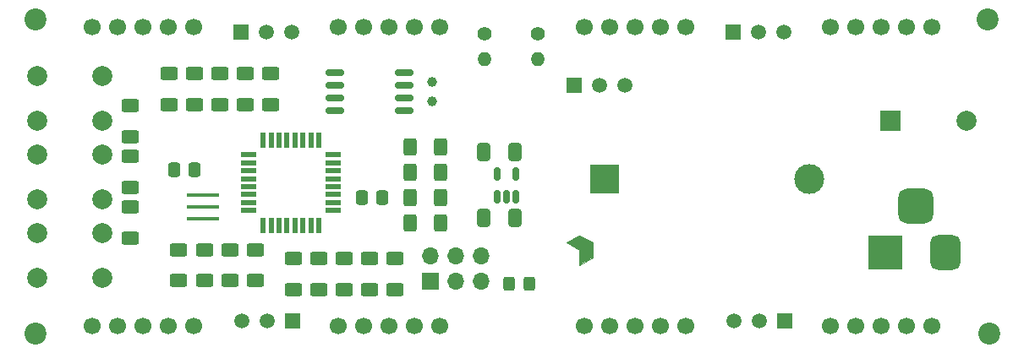
<source format=gbr>
%TF.GenerationSoftware,KiCad,Pcbnew,(6.0.4)*%
%TF.CreationDate,2022-04-24T19:44:18+02:00*%
%TF.ProjectId,fancy-clock,66616e63-792d-4636-9c6f-636b2e6b6963,rev 1.0*%
%TF.SameCoordinates,Original*%
%TF.FileFunction,Soldermask,Top*%
%TF.FilePolarity,Negative*%
%FSLAX46Y46*%
G04 Gerber Fmt 4.6, Leading zero omitted, Abs format (unit mm)*
G04 Created by KiCad (PCBNEW (6.0.4)) date 2022-04-24 19:44:18*
%MOMM*%
%LPD*%
G01*
G04 APERTURE LIST*
G04 Aperture macros list*
%AMRoundRect*
0 Rectangle with rounded corners*
0 $1 Rounding radius*
0 $2 $3 $4 $5 $6 $7 $8 $9 X,Y pos of 4 corners*
0 Add a 4 corners polygon primitive as box body*
4,1,4,$2,$3,$4,$5,$6,$7,$8,$9,$2,$3,0*
0 Add four circle primitives for the rounded corners*
1,1,$1+$1,$2,$3*
1,1,$1+$1,$4,$5*
1,1,$1+$1,$6,$7*
1,1,$1+$1,$8,$9*
0 Add four rect primitives between the rounded corners*
20,1,$1+$1,$2,$3,$4,$5,0*
20,1,$1+$1,$4,$5,$6,$7,0*
20,1,$1+$1,$6,$7,$8,$9,0*
20,1,$1+$1,$8,$9,$2,$3,0*%
G04 Aperture macros list end*
%ADD10C,0.120000*%
%ADD11RoundRect,0.250000X-0.400000X-0.625000X0.400000X-0.625000X0.400000X0.625000X-0.400000X0.625000X0*%
%ADD12C,2.200000*%
%ADD13R,1.500000X1.500000*%
%ADD14C,1.500000*%
%ADD15C,1.000000*%
%ADD16RoundRect,0.250000X0.625000X-0.400000X0.625000X0.400000X-0.625000X0.400000X-0.625000X-0.400000X0*%
%ADD17RoundRect,0.250000X-0.325000X-0.450000X0.325000X-0.450000X0.325000X0.450000X-0.325000X0.450000X0*%
%ADD18RoundRect,0.250000X-0.412500X-0.650000X0.412500X-0.650000X0.412500X0.650000X-0.412500X0.650000X0*%
%ADD19RoundRect,0.250000X-0.625000X0.400000X-0.625000X-0.400000X0.625000X-0.400000X0.625000X0.400000X0*%
%ADD20RoundRect,0.250000X-0.337500X-0.475000X0.337500X-0.475000X0.337500X0.475000X-0.337500X0.475000X0*%
%ADD21R,3.500000X3.500000*%
%ADD22RoundRect,0.750000X0.750000X1.000000X-0.750000X1.000000X-0.750000X-1.000000X0.750000X-1.000000X0*%
%ADD23RoundRect,0.875000X0.875000X0.875000X-0.875000X0.875000X-0.875000X-0.875000X0.875000X-0.875000X0*%
%ADD24R,3.200000X0.400000*%
%ADD25R,1.700000X1.700000*%
%ADD26O,1.700000X1.700000*%
%ADD27R,1.600000X0.550000*%
%ADD28R,0.550000X1.600000*%
%ADD29C,2.000000*%
%ADD30C,1.400000*%
%ADD31O,1.400000X1.400000*%
%ADD32RoundRect,0.250000X0.337500X0.475000X-0.337500X0.475000X-0.337500X-0.475000X0.337500X-0.475000X0*%
%ADD33R,3.000000X3.000000*%
%ADD34C,3.000000*%
%ADD35RoundRect,0.150000X0.150000X-0.512500X0.150000X0.512500X-0.150000X0.512500X-0.150000X-0.512500X0*%
%ADD36R,2.000000X2.000000*%
%ADD37RoundRect,0.150000X0.800000X0.150000X-0.800000X0.150000X-0.800000X-0.150000X0.800000X-0.150000X0*%
%ADD38C,1.700000*%
G04 APERTURE END LIST*
%TO.C,BMD*%
G36*
X162072000Y-82826000D02*
G01*
X162082000Y-84306000D01*
X160782000Y-85056000D01*
X160782000Y-83566000D01*
X159482000Y-82836000D01*
X160782000Y-82096000D01*
X162072000Y-82826000D01*
G37*
D10*
X162072000Y-82826000D02*
X162082000Y-84306000D01*
X160782000Y-85056000D01*
X160782000Y-83566000D01*
X159482000Y-82836000D01*
X160782000Y-82096000D01*
X162072000Y-82826000D01*
%TD*%
D11*
%TO.C,R18*%
X143806000Y-78340000D03*
X146906000Y-78340000D03*
%TD*%
D12*
%TO.C,REF\u002A\u002A*%
X106299000Y-91948000D03*
%TD*%
D13*
%TO.C,Q1*%
X132080000Y-90699000D03*
D14*
X129540000Y-90699000D03*
X127000000Y-90699000D03*
%TD*%
D15*
%TO.C,Y1*%
X146007000Y-68641000D03*
X146007000Y-66741000D03*
%TD*%
D16*
%TO.C,R13*%
X115824000Y-82348000D03*
X115824000Y-79248000D03*
%TD*%
D12*
%TO.C,REF\u002A\u002A*%
X201676000Y-60452000D03*
%TD*%
D13*
%TO.C,Q5*%
X160274000Y-67035000D03*
D14*
X162814000Y-67035000D03*
X165354000Y-67035000D03*
%TD*%
D17*
%TO.C,D1*%
X153729000Y-86976000D03*
X155779000Y-86976000D03*
%TD*%
D18*
%TO.C,C5*%
X151159500Y-73768000D03*
X154284500Y-73768000D03*
%TD*%
D19*
%TO.C,R8*%
X128338000Y-83540000D03*
X128338000Y-86640000D03*
%TD*%
D16*
%TO.C,R2*%
X124782000Y-68968000D03*
X124782000Y-65868000D03*
%TD*%
D19*
%TO.C,R21*%
X142308000Y-84410000D03*
X142308000Y-87510000D03*
%TD*%
D20*
%TO.C,C3*%
X138984500Y-78340000D03*
X141059500Y-78340000D03*
%TD*%
D16*
%TO.C,R15*%
X115824000Y-72188000D03*
X115824000Y-69088000D03*
%TD*%
D21*
%TO.C,J2*%
X191437000Y-83821000D03*
D22*
X197437000Y-83821000D03*
D23*
X194437000Y-79121000D03*
%TD*%
D24*
%TO.C,Y2*%
X123063000Y-78048000D03*
X123063000Y-79248000D03*
X123063000Y-80448000D03*
%TD*%
D16*
%TO.C,R4*%
X119702000Y-68968000D03*
X119702000Y-65868000D03*
%TD*%
D13*
%TO.C,Q3*%
X181356000Y-90678000D03*
D14*
X178816000Y-90678000D03*
X176276000Y-90678000D03*
%TD*%
D12*
%TO.C,REF\u002A\u002A*%
X106299000Y-60452000D03*
%TD*%
D25*
%TO.C,J1*%
X145864000Y-86722000D03*
D26*
X145864000Y-84182000D03*
X148404000Y-86722000D03*
X148404000Y-84182000D03*
X150944000Y-86722000D03*
X150944000Y-84182000D03*
%TD*%
D19*
%TO.C,R5*%
X120650000Y-83540000D03*
X120650000Y-86640000D03*
%TD*%
D27*
%TO.C,U1*%
X127644000Y-74016000D03*
X127644000Y-74816000D03*
X127644000Y-75616000D03*
X127644000Y-76416000D03*
X127644000Y-77216000D03*
X127644000Y-78016000D03*
X127644000Y-78816000D03*
X127644000Y-79616000D03*
D28*
X129094000Y-81066000D03*
X129894000Y-81066000D03*
X130694000Y-81066000D03*
X131494000Y-81066000D03*
X132294000Y-81066000D03*
X133094000Y-81066000D03*
X133894000Y-81066000D03*
X134694000Y-81066000D03*
D27*
X136144000Y-79616000D03*
X136144000Y-78816000D03*
X136144000Y-78016000D03*
X136144000Y-77216000D03*
X136144000Y-76416000D03*
X136144000Y-75616000D03*
X136144000Y-74816000D03*
X136144000Y-74016000D03*
D28*
X134694000Y-72566000D03*
X133894000Y-72566000D03*
X133094000Y-72566000D03*
X132294000Y-72566000D03*
X131494000Y-72566000D03*
X130694000Y-72566000D03*
X129894000Y-72566000D03*
X129094000Y-72566000D03*
%TD*%
D29*
%TO.C,SW2*%
X106478000Y-74008500D03*
X112978000Y-74008500D03*
X106478000Y-78508500D03*
X112978000Y-78508500D03*
%TD*%
D16*
%TO.C,R14*%
X115824000Y-77268000D03*
X115824000Y-74168000D03*
%TD*%
D30*
%TO.C,TH1*%
X151257000Y-61849000D03*
D31*
X151257000Y-64389000D03*
%TD*%
D19*
%TO.C,R6*%
X123258000Y-83540000D03*
X123258000Y-86640000D03*
%TD*%
D18*
%TO.C,C4*%
X151159500Y-80372000D03*
X154284500Y-80372000D03*
%TD*%
D31*
%TO.C,PR1*%
X156591000Y-64389000D03*
D30*
X156591000Y-61849000D03*
%TD*%
D32*
%TO.C,C6*%
X122263500Y-75546000D03*
X120188500Y-75546000D03*
%TD*%
D33*
%TO.C,BT1*%
X163261584Y-76454000D03*
D34*
X183751584Y-76454000D03*
%TD*%
D13*
%TO.C,Q4*%
X176149000Y-61701000D03*
D14*
X178689000Y-61701000D03*
X181229000Y-61701000D03*
%TD*%
D35*
%TO.C,U7*%
X152516800Y-78201100D03*
X153466800Y-78201100D03*
X154416800Y-78201100D03*
X154416800Y-75926100D03*
X152516800Y-75926100D03*
%TD*%
D16*
%TO.C,R1*%
X127322000Y-68968000D03*
X127322000Y-65868000D03*
%TD*%
D19*
%TO.C,R19*%
X129862000Y-65868000D03*
X129862000Y-68968000D03*
%TD*%
%TO.C,R10*%
X134688000Y-84410000D03*
X134688000Y-87510000D03*
%TD*%
%TO.C,R7*%
X125798000Y-83540000D03*
X125798000Y-86640000D03*
%TD*%
%TO.C,R11*%
X137228000Y-84410000D03*
X137228000Y-87510000D03*
%TD*%
D11*
%TO.C,R17*%
X143806000Y-75800000D03*
X146906000Y-75800000D03*
%TD*%
D29*
%TO.C,SW3*%
X112978000Y-81882500D03*
X106478000Y-81882500D03*
X112978000Y-86382500D03*
X106478000Y-86382500D03*
%TD*%
D12*
%TO.C,REF\u002A\u002A*%
X201803000Y-91948000D03*
%TD*%
D19*
%TO.C,R9*%
X132148000Y-84410000D03*
X132148000Y-87510000D03*
%TD*%
D13*
%TO.C,Q2*%
X126873000Y-61701000D03*
D14*
X129413000Y-61701000D03*
X131953000Y-61701000D03*
%TD*%
D19*
%TO.C,R12*%
X139768000Y-84410000D03*
X139768000Y-87510000D03*
%TD*%
D11*
%TO.C,R20*%
X143806000Y-80880000D03*
X146906000Y-80880000D03*
%TD*%
%TO.C,R16*%
X143806000Y-73260000D03*
X146906000Y-73260000D03*
%TD*%
D36*
%TO.C,BZ1*%
X191907000Y-70612000D03*
D29*
X199507000Y-70612000D03*
%TD*%
D37*
%TO.C,U2*%
X143268000Y-69577000D03*
X143268000Y-68307000D03*
X143268000Y-67037000D03*
X143268000Y-65767000D03*
X136268000Y-65767000D03*
X136268000Y-67037000D03*
X136268000Y-68307000D03*
X136268000Y-69577000D03*
%TD*%
D16*
%TO.C,R3*%
X122242000Y-68968000D03*
X122242000Y-65868000D03*
%TD*%
D29*
%TO.C,SW1*%
X112978000Y-66134500D03*
X106478000Y-66134500D03*
X106478000Y-70634500D03*
X112978000Y-70634500D03*
%TD*%
D38*
%TO.C,U4*%
X136652000Y-61200000D03*
X139192000Y-61200000D03*
X141732000Y-61200000D03*
X144272000Y-61200000D03*
X146812000Y-61200000D03*
X146812000Y-91200000D03*
X144272000Y-91200000D03*
X141732000Y-91200000D03*
X139192000Y-91200000D03*
X136652000Y-91200000D03*
%TD*%
%TO.C,U6*%
X185928000Y-61200000D03*
X188468000Y-61200000D03*
X191008000Y-61200000D03*
X193548000Y-61200000D03*
X196088000Y-61200000D03*
X196088000Y-91200000D03*
X193548000Y-91200000D03*
X191008000Y-91200000D03*
X188468000Y-91200000D03*
X185928000Y-91200000D03*
%TD*%
%TO.C,U5*%
X161290000Y-61200000D03*
X163830000Y-61200000D03*
X166370000Y-61200000D03*
X168910000Y-61200000D03*
X171450000Y-61200000D03*
X171450000Y-91200000D03*
X168910000Y-91200000D03*
X166370000Y-91200000D03*
X163830000Y-91200000D03*
X161290000Y-91200000D03*
%TD*%
%TO.C,U3*%
X112014000Y-61200000D03*
X114554000Y-61200000D03*
X117094000Y-61200000D03*
X119634000Y-61200000D03*
X122174000Y-61200000D03*
X122174000Y-91200000D03*
X119634000Y-91200000D03*
X117094000Y-91200000D03*
X114554000Y-91200000D03*
X112014000Y-91200000D03*
%TD*%
M02*

</source>
